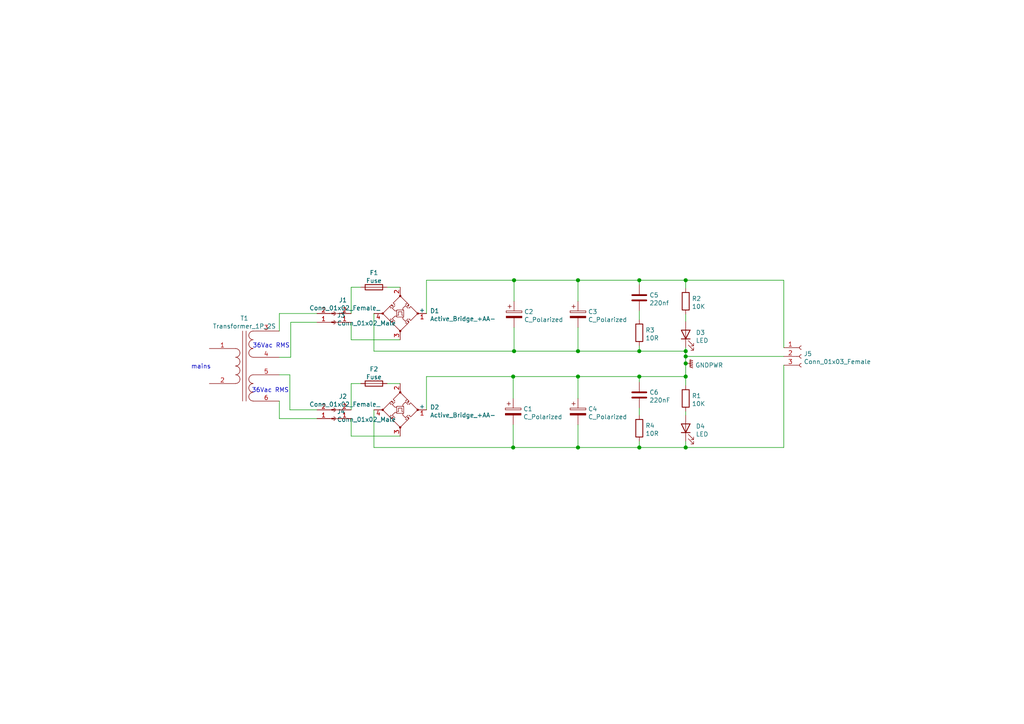
<source format=kicad_sch>
(kicad_sch (version 20210406) (generator eeschema)
  (paper "A4")
  (title_block (title "Q17 power supply") (date "2021-04-19") (rev "1") (comment 1 "by Tiberiu Vicol"))
  (lib_symbols
    (symbol "Connector:Conn_01x02_Female" (pin_names (offset 1.016) hide)
      (property "Reference" "J" (at 0 2.54 0))
      (property "Value" "Conn_01x02_Female" (at 0 -5.08 0))
      (symbol "Conn_01x02_Female_1_1"
        (arc (start 0 -2.032) (end 0 -3.048) (radius (at 0 -2.54) (length 0.508) (angles 90.1 -90.1)) (stroke (width 0.1524)))
        (arc (start 0 0.508) (end 0 -0.508) (radius (at 0 0) (length 0.508) (angles 90.1 -90.1)) (stroke (width 0.1524)))
        (polyline (pts (xy -1.27 -2.54) (xy -0.508 -2.54)) (stroke (width 0.1524)))
        (polyline (pts (xy -1.27 0) (xy -0.508 0)) (stroke (width 0.1524)))
        (pin passive line (at -5.08 0 0) (length 3.81) (name "Pin_1") (number "1"))
        (pin passive line (at -5.08 -2.54 0) (length 3.81) (name "Pin_2") (number "2"))
      )
    )
    (symbol "Connector:Conn_01x02_Male" (pin_names (offset 1.016) hide)
      (property "Reference" "J" (at 0 2.54 0))
      (property "Value" "Conn_01x02_Male" (at 0 -5.08 0))
      (symbol "Conn_01x02_Male_1_1"
        (rectangle (start 0.8636 -2.413) (end 0 -2.667) (stroke (width 0.1524)) (fill (type outline)))
        (rectangle (start 0.8636 0.127) (end 0 -0.127) (stroke (width 0.1524)) (fill (type outline)))
        (polyline (pts (xy 1.27 -2.54) (xy 0.8636 -2.54)) (stroke (width 0.1524)))
        (polyline (pts (xy 1.27 0) (xy 0.8636 0)) (stroke (width 0.1524)))
        (pin passive line (at 5.08 0 180) (length 3.81) (name "Pin_1") (number "1"))
        (pin passive line (at 5.08 -2.54 180) (length 3.81) (name "Pin_2") (number "2"))
      )
    )
    (symbol "Connector:Conn_01x03_Female" (pin_names (offset 1.016) hide)
      (property "Reference" "J5" (at 0.7113 0.7609 0))
      (property "Value" "Conn_01x03_Female" (at 0.7113 -1.5378 0))
      (symbol "Conn_01x03_Female_1_1"
        (arc (start 0 -2.032) (end 0 -3.048) (radius (at 0 -2.54) (length 0.508) (angles 90.1 -90.1)) (stroke (width 0.1524)))
        (arc (start 0 0.508) (end 0 -0.508) (radius (at 0 0) (length 0.508) (angles 90.1 -90.1)) (stroke (width 0.1524)))
        (arc (start 0 3.048) (end 0 2.032) (radius (at 0 2.54) (length 0.508) (angles 90.1 -90.1)) (stroke (width 0.1524)))
        (polyline (pts (xy -1.27 -2.54) (xy -0.508 -2.54)) (stroke (width 0.1524)))
        (polyline (pts (xy -1.27 0) (xy -0.508 0)) (stroke (width 0.1524)))
        (polyline (pts (xy -1.27 2.54) (xy -0.508 2.54)) (stroke (width 0.1524)))
        (pin passive line (at -5.08 2.54 0) (length 3.81) (name "Pin_1") (number "1"))
        (pin passive line (at -5.08 0 0) (length 3.81) (name "Pin_2") (number "2"))
        (pin passive line (at -5.08 -2.54 0) (length 3.81) (name "Pin_3") (number "3"))
      )
    )
    (symbol "Device:C" (pin_numbers hide) (pin_names (offset 0.254))
      (property "Reference" "C" (at 0.635 2.54 0))
      (property "Value" "C" (at 0.635 -2.54 0))
      (symbol "C_0_1"
        (polyline (pts (xy -2.032 -0.762) (xy 2.032 -0.762)) (stroke (width 0.508)))
        (polyline (pts (xy -2.032 0.762) (xy 2.032 0.762)) (stroke (width 0.508)))
      )
      (symbol "C_1_1"
        (pin passive line (at 0 3.81 270) (length 2.794) (name "~") (number "1"))
        (pin passive line (at 0 -3.81 90) (length 2.794) (name "~") (number "2"))
      )
    )
    (symbol "Device:C_Polarized" (pin_numbers hide) (pin_names (offset 0.254))
      (property "Reference" "C" (at 0.635 2.54 0))
      (property "Value" "C_Polarized" (at 0.635 -2.54 0))
      (symbol "C_Polarized_0_1"
        (rectangle (start -2.286 0.508) (end 2.286 1.016))
        (rectangle (start 2.286 -0.508) (end -2.286 -1.016) (fill (type outline)))
        (polyline (pts (xy -1.778 2.286) (xy -0.762 2.286)))
        (polyline (pts (xy -1.27 2.794) (xy -1.27 1.778)))
      )
      (symbol "C_Polarized_1_1"
        (pin passive line (at 0 3.81 270) (length 2.794) (name "~") (number "1"))
        (pin passive line (at 0 -3.81 90) (length 2.794) (name "~") (number "2"))
      )
    )
    (symbol "Device:Fuse" (pin_numbers hide) (pin_names (offset 0))
      (property "Reference" "F" (at 2.032 0 90))
      (property "Value" "Fuse" (at -1.905 0 90))
      (symbol "Fuse_0_1"
        (rectangle (start -0.762 -2.54) (end 0.762 2.54) (stroke (width 0.254)))
        (polyline (pts (xy 0 2.54) (xy 0 -2.54)))
      )
      (symbol "Fuse_1_1"
        (pin passive line (at 0 3.81 270) (length 1.27) (name "~") (number "1"))
        (pin passive line (at 0 -3.81 90) (length 1.27) (name "~") (number "2"))
      )
    )
    (symbol "Device:LED" (pin_numbers hide) (pin_names (offset 1.016) hide)
      (property "Reference" "D" (at 0 2.54 0))
      (property "Value" "LED" (at 0 -2.54 0))
      (symbol "LED_0_1"
        (polyline (pts (xy -1.27 -1.27) (xy -1.27 1.27)) (stroke (width 0.254)))
        (polyline (pts (xy -1.27 0) (xy 1.27 0)))
        (polyline (pts (xy 1.27 -1.27) (xy 1.27 1.27) (xy -1.27 0) (xy 1.27 -1.27)) (stroke (width 0.254)))
        (polyline (pts (xy -3.048 -0.762) (xy -4.572 -2.286) (xy -3.81 -2.286) (xy -4.572 -2.286) (xy -4.572 -1.524)))
        (polyline (pts (xy -1.778 -0.762) (xy -3.302 -2.286) (xy -2.54 -2.286) (xy -3.302 -2.286) (xy -3.302 -1.524)))
      )
      (symbol "LED_1_1"
        (pin passive line (at -3.81 0 0) (length 2.54) (name "K") (number "1"))
        (pin passive line (at 3.81 0 180) (length 2.54) (name "A") (number "2"))
      )
    )
    (symbol "Device:R" (pin_numbers hide) (pin_names (offset 0))
      (property "Reference" "R" (at 2.032 0 90))
      (property "Value" "R" (at 0 0 90))
      (symbol "R_0_1"
        (rectangle (start -1.016 -2.54) (end 1.016 2.54) (stroke (width 0.254)))
      )
      (symbol "R_1_1"
        (pin passive line (at 0 3.81 270) (length 1.27) (name "~") (number "1"))
        (pin passive line (at 0 -3.81 90) (length 1.27) (name "~") (number "2"))
      )
    )
    (symbol "Device:Smart_Bridge_+AA-" (pin_names (offset 0))
      (property "Reference" "D?" (at 8.6361 0.7609 0))
      (property "Value" "Smart_Bridge_+AA-" (at 8.6361 -1.5378 0))
      (symbol "Smart_Bridge_+AA-_0_1"
        (circle (center -5.08 0) (radius 0.254) (fill (type outline)))
        (circle (center 0 -5.08) (radius 0.254) (fill (type outline)))
        (circle (center 0 5.08) (radius 0.254) (fill (type outline)))
        (circle (center 5.08 0) (radius 0.254) (fill (type outline)))
        (polyline (pts (xy -5.08 0) (xy -2.54 -2.54)) (stroke (width 0.1524)))
        (polyline (pts (xy -5.08 0) (xy -2.54 2.54)) (stroke (width 0.1524)))
        (polyline (pts (xy -2.794 -1.778) (xy -3.048 -2.032)) (stroke (width 0.1524)))
        (polyline (pts (xy -2.794 -1.524) (xy -2.54 -1.778)) (stroke (width 0.1524)))
        (polyline (pts (xy -2.794 1.524) (xy -2.54 1.778)) (stroke (width 0.1524)))
        (polyline (pts (xy -2.794 1.778) (xy -3.048 2.032)) (stroke (width 0.1524)))
        (polyline (pts (xy -2.54 -2.54) (xy -2.286 -2.286)) (stroke (width 0.1524)))
        (polyline (pts (xy -2.54 2.54) (xy -2.286 2.286)) (stroke (width 0.1524)))
        (polyline (pts (xy -2.286 -2.286) (xy -2.54 -2.286)) (stroke (width 0.1524)))
        (polyline (pts (xy -2.286 -2.286) (xy -2.286 -2.54)) (stroke (width 0.1524)))
        (polyline (pts (xy -2.286 -2.032) (xy -2.032 -2.286)) (stroke (width 0.1524)))
        (polyline (pts (xy -2.286 -1.524) (xy -1.524 -2.286)) (stroke (width 0.1524)))
        (polyline (pts (xy -2.286 1.524) (xy -1.524 2.286)) (stroke (width 0.1524)))
        (polyline (pts (xy -2.286 2.032) (xy -2.032 2.286)) (stroke (width 0.1524)))
        (polyline (pts (xy -2.286 2.286) (xy -2.54 2.286)) (stroke (width 0.1524)))
        (polyline (pts (xy -2.286 2.286) (xy -2.286 2.54)) (stroke (width 0.1524)))
        (polyline (pts (xy -2.032 -3.048) (xy -1.778 -2.794)) (stroke (width 0.1524)))
        (polyline (pts (xy -2.032 -3.048) (xy 0 -5.08)) (stroke (width 0.1524)))
        (polyline (pts (xy -2.032 3.048) (xy -1.778 2.794)) (stroke (width 0.1524)))
        (polyline (pts (xy -2.032 3.048) (xy 0 5.08)) (stroke (width 0.1524)))
        (polyline (pts (xy -1.778 -2.54) (xy -1.524 -2.794)) (stroke (width 0.1524)))
        (polyline (pts (xy -1.778 2.54) (xy -1.524 2.794)) (stroke (width 0.1524)))
        (polyline (pts (xy 0 -5.08) (xy 2.54 -2.54)) (stroke (width 0.1524)))
        (polyline (pts (xy 0 5.08) (xy 0 5.08)) (stroke (width 0.1524)))
        (polyline (pts (xy 0 5.08) (xy 2.54 2.54)) (stroke (width 0.1524)))
        (polyline (pts (xy 1.524 -2.794) (xy 1.778 -2.54)) (stroke (width 0.1524)))
        (polyline (pts (xy 1.524 -2.286) (xy 2.286 -1.524)) (stroke (width 0.1524)))
        (polyline (pts (xy 1.524 2.286) (xy 2.286 1.524)) (stroke (width 0.1524)))
        (polyline (pts (xy 1.524 2.794) (xy 1.778 2.54)) (stroke (width 0.1524)))
        (polyline (pts (xy 1.778 -2.794) (xy 2.032 -3.048)) (stroke (width 0.1524)))
        (polyline (pts (xy 1.778 2.794) (xy 2.032 3.048)) (stroke (width 0.1524)))
        (polyline (pts (xy 2.032 -2.286) (xy 2.286 -2.032)) (stroke (width 0.1524)))
        (polyline (pts (xy 2.032 2.286) (xy 2.286 2.032)) (stroke (width 0.1524)))
        (polyline (pts (xy 2.286 -2.286) (xy 2.286 -2.54)) (stroke (width 0.1524)))
        (polyline (pts (xy 2.286 -2.286) (xy 2.54 -2.286)) (stroke (width 0.1524)))
        (polyline (pts (xy 2.286 2.286) (xy 2.286 2.54)) (stroke (width 0.1524)))
        (polyline (pts (xy 2.286 2.286) (xy 2.54 2.286)) (stroke (width 0.1524)))
        (polyline (pts (xy 2.54 -2.54) (xy 2.286 -2.286)) (stroke (width 0.1524)))
        (polyline (pts (xy 2.54 -1.778) (xy 2.794 -1.524)) (stroke (width 0.1524)))
        (polyline (pts (xy 2.54 1.778) (xy 2.794 1.524)) (stroke (width 0.1524)))
        (polyline (pts (xy 2.54 2.54) (xy 2.286 2.286)) (stroke (width 0.1524)))
        (polyline (pts (xy 3.048 -2.032) (xy 2.794 -1.778)) (stroke (width 0.1524)))
        (polyline (pts (xy 3.048 -2.032) (xy 5.08 0)) (stroke (width 0.1524)))
        (polyline (pts (xy 3.048 2.032) (xy 2.794 1.778)) (stroke (width 0.1524)))
        (polyline (pts (xy 3.048 2.032) (xy 5.08 0)) (stroke (width 0.1524)))
        (polyline (pts (xy -2.286 -1.524) (xy -1.524 -0.762) (xy -1.016 -0.762)) (stroke (width 0.1524)))
        (polyline (pts (xy -2.286 1.524) (xy -1.524 0.762) (xy -1.016 0.762)) (stroke (width 0.1524)))
        (polyline (pts (xy 1.524 -2.286) (xy 0.762 -1.524) (xy 0.762 -1.016)) (stroke (width 0.1524)))
        (polyline (pts (xy 1.524 2.286) (xy 0.762 1.524) (xy 0.762 1.016)) (stroke (width 0.1524)))
        (polyline (pts (xy -1.016 0) (xy -1.016 1.016) (xy 1.016 1.016) (xy 1.016 -1.016) (xy -1.016 -1.016) (xy -1.016 0)) (stroke (width 0.1524)))
        (polyline (pts (xy -0.762 -0.508) (xy -0.508 -0.508) (xy -0.508 0.508) (xy 0.508 0.508) (xy 0.508 -0.508) (xy 0.762 -0.508)) (stroke (width 0.1524)))
      )
      (symbol "Smart_Bridge_+AA-_1_1"
        (pin passive line (at 7.62 0 180) (length 2.54) (name "+") (number "1"))
        (pin passive line (at 0 7.62 270) (length 2.54) (name "~~") (number "2"))
        (pin passive line (at 0 -7.62 90) (length 2.54) (name "~~") (number "3"))
        (pin passive line (at -7.62 0 0) (length 2.54) (name "-") (number "4"))
      )
    )
    (symbol "Device:Transformer_1P_2S" (pin_names (offset 1.016) hide)
      (property "Reference" "T" (at 0 12.7 0))
      (property "Value" "Transformer_1P_2S" (at 0 -12.7 0))
      (symbol "Transformer_1P_2S_0_1"
        (arc (start -2.54 -2.54) (end -1.27 -3.81) (radius (at -2.54 -3.81) (length 1.27) (angles 89.9 0.1)))
        (arc (start -1.27 -3.81) (end -2.54 -5.0546) (radius (at -2.54 -3.81) (length 1.27) (angles -0.1 -89.9)))
        (arc (start -2.54 0) (end -1.27 -1.27) (radius (at -2.54 -1.27) (length 1.27) (angles 89.9 0.1)))
        (arc (start -1.27 -1.27) (end -2.54 -2.5146) (radius (at -2.54 -1.27) (length 1.27) (angles -0.1 -89.9)))
        (arc (start -2.54 2.54) (end -1.27 1.27) (radius (at -2.54 1.27) (length 1.27) (angles 89.9 0.1)))
        (arc (start -1.27 1.27) (end -2.54 0.0254) (radius (at -2.54 1.27) (length 1.27) (angles -0.1 -89.9)))
        (arc (start -2.54 5.08) (end -1.27 3.81) (radius (at -2.54 3.81) (length 1.27) (angles 89.9 0.1)))
        (arc (start -1.27 3.81) (end -2.54 2.5654) (radius (at -2.54 3.81) (length 1.27) (angles -0.1 -89.9)))
        (arc (start 2.54 -7.62) (end 1.2954 -8.89) (radius (at 2.54 -8.89) (length 1.27) (angles 89.9 -179.9)))
        (arc (start 1.2954 -8.89) (end 2.54 -10.1346) (radius (at 2.54 -8.89) (length 1.27) (angles 179.9 -89.9)))
        (arc (start 2.54 -5.08) (end 1.2954 -6.35) (radius (at 2.54 -6.35) (length 1.27) (angles 89.9 -179.9)))
        (arc (start 1.2954 -6.35) (end 2.54 -7.5946) (radius (at 2.54 -6.35) (length 1.27) (angles 179.9 -89.9)))
        (arc (start 2.54 -2.54) (end 1.2954 -3.81) (radius (at 2.54 -3.81) (length 1.27) (angles 89.9 -179.9)))
        (arc (start 1.2954 -3.81) (end 2.54 -5.0546) (radius (at 2.54 -3.81) (length 1.27) (angles 179.9 -89.9)))
        (arc (start 2.54 5.08) (end 1.2954 3.81) (radius (at 2.54 3.81) (length 1.27) (angles 89.9 -179.9)))
        (arc (start 1.2954 3.81) (end 2.54 2.5654) (radius (at 2.54 3.81) (length 1.27) (angles 179.9 -89.9)))
        (arc (start 2.54 7.62) (end 1.2954 6.35) (radius (at 2.54 6.35) (length 1.27) (angles 89.9 -179.9)))
        (arc (start 1.2954 6.35) (end 2.54 5.1054) (radius (at 2.54 6.35) (length 1.27) (angles 179.9 -89.9)))
        (arc (start 2.54 10.16) (end 1.2954 8.89) (radius (at 2.54 8.89) (length 1.27) (angles 89.9 -179.9)))
        (arc (start 1.2954 8.89) (end 2.54 7.6454) (radius (at 2.54 8.89) (length 1.27) (angles 179.9 -89.9)))
        (polyline (pts (xy -0.508 -10.16) (xy -0.508 10.16)))
        (polyline (pts (xy 0.508 10.16) (xy 0.508 -10.16)))
      )
      (symbol "Transformer_1P_2S_1_1"
        (pin passive line (at -10.16 5.08 0) (length 7.62) (name "AA") (number "1"))
        (pin passive line (at -10.16 -5.08 0) (length 7.62) (name "AB") (number "2"))
        (pin passive line (at 10.16 10.16 180) (length 7.62) (name "SA") (number "3"))
        (pin passive line (at 10.16 2.54 180) (length 7.62) (name "SB") (number "4"))
        (pin passive line (at 10.16 -2.54 180) (length 7.62) (name "SC") (number "5"))
        (pin passive line (at 10.16 -10.16 180) (length 7.62) (name "SD") (number "6"))
      )
    )
    (symbol "power:GNDPWR" (power) (pin_names (offset 0))
      (property "Value" "GNDPWR" (at 0 -3.302 0))
      (symbol "GNDPWR_0_1"
        (polyline (pts (xy 0 -1.27) (xy 0 0)))
        (polyline (pts (xy -1.016 -1.27) (xy -1.27 -2.032) (xy -1.27 -2.032)) (stroke (width 0.2032)))
        (polyline (pts (xy -0.508 -1.27) (xy -0.762 -2.032) (xy -0.762 -2.032)) (stroke (width 0.2032)))
        (polyline (pts (xy 0 -1.27) (xy -0.254 -2.032) (xy -0.254 -2.032)) (stroke (width 0.2032)))
        (polyline (pts (xy 0.508 -1.27) (xy 0.254 -2.032) (xy 0.254 -2.032)) (stroke (width 0.2032)))
        (polyline (pts (xy 1.016 -1.27) (xy -1.016 -1.27) (xy -1.016 -1.27)) (stroke (width 0.2032)))
        (polyline (pts (xy 1.016 -1.27) (xy 0.762 -2.032) (xy 0.762 -2.032) (xy 0.762 -2.032)) (stroke (width 0.2032)))
      )
      (symbol "GNDPWR_1_1"
        (pin power_in line (at 0 0 270) (length 0) hide (name "GNDPWR") (number "1"))
      )
    )
  )
  (junction (at 148.844 109.22) (diameter 1.016))
  (junction (at 148.844 129.794) (diameter 1.016))
  (junction (at 149.098 81.28) (diameter 1.016))
  (junction (at 149.098 101.854) (diameter 1.016))
  (junction (at 167.64 81.28) (diameter 1.016))
  (junction (at 167.64 101.854) (diameter 1.016))
  (junction (at 167.64 109.22) (diameter 1.016))
  (junction (at 167.64 129.794) (diameter 1.016))
  (junction (at 185.42 81.28) (diameter 1.016))
  (junction (at 185.42 101.854) (diameter 1.016))
  (junction (at 185.42 109.22) (diameter 1.016))
  (junction (at 185.42 129.794) (diameter 1.016))
  (junction (at 198.882 81.28) (diameter 1.016))
  (junction (at 198.882 101.854) (diameter 1.016))
  (junction (at 198.882 103.378) (diameter 1.016))
  (junction (at 198.882 105.41) (diameter 1.016))
  (junction (at 198.882 109.22) (diameter 1.016))
  (junction (at 198.882 129.794) (diameter 1.016))
  (wire (pts (xy 81.026 90.932) (xy 81.026 96.012)))
  (wire (pts (xy 81.026 103.632) (xy 84.328 103.632)))
  (wire (pts (xy 81.026 108.712) (xy 84.074 108.712)))
  (wire (pts (xy 81.026 116.332) (xy 81.026 121.412)))
  (wire (pts (xy 84.074 118.872) (xy 84.074 108.712)))
  (wire (pts (xy 84.328 93.472) (xy 84.328 103.632)))
  (wire (pts (xy 91.948 90.932) (xy 81.026 90.932)))
  (wire (pts (xy 91.948 93.472) (xy 84.328 93.472)))
  (wire (pts (xy 91.948 118.872) (xy 84.074 118.872)))
  (wire (pts (xy 91.948 121.412) (xy 81.026 121.412)))
  (wire (pts (xy 101.854 83.312) (xy 104.648 83.312)))
  (wire (pts (xy 101.854 90.932) (xy 101.854 83.312)))
  (wire (pts (xy 101.854 93.472) (xy 101.854 98.552)))
  (wire (pts (xy 101.854 98.552) (xy 116.078 98.552)))
  (wire (pts (xy 101.854 111.252) (xy 101.854 118.872)))
  (wire (pts (xy 101.854 121.412) (xy 101.854 126.492)))
  (wire (pts (xy 101.854 126.492) (xy 116.078 126.492)))
  (wire (pts (xy 104.648 111.252) (xy 101.854 111.252)))
  (wire (pts (xy 108.458 90.932) (xy 108.458 101.854)))
  (wire (pts (xy 108.458 101.854) (xy 149.098 101.854)))
  (wire (pts (xy 108.458 118.872) (xy 108.458 129.794)))
  (wire (pts (xy 108.458 129.794) (xy 148.844 129.794)))
  (wire (pts (xy 112.268 83.312) (xy 116.078 83.312)))
  (wire (pts (xy 116.078 111.252) (xy 112.268 111.252)))
  (wire (pts (xy 123.698 81.28) (xy 149.098 81.28)))
  (wire (pts (xy 123.698 90.932) (xy 123.698 81.28)))
  (wire (pts (xy 123.698 109.22) (xy 148.844 109.22)))
  (wire (pts (xy 123.698 118.872) (xy 123.698 109.22)))
  (wire (pts (xy 148.844 109.22) (xy 148.844 115.57)))
  (wire (pts (xy 148.844 109.22) (xy 167.64 109.22)))
  (wire (pts (xy 148.844 123.19) (xy 148.844 129.794)))
  (wire (pts (xy 148.844 129.794) (xy 167.64 129.794)))
  (wire (pts (xy 149.098 81.28) (xy 149.098 87.376)))
  (wire (pts (xy 149.098 81.28) (xy 167.64 81.28)))
  (wire (pts (xy 149.098 94.996) (xy 149.098 101.854)))
  (wire (pts (xy 149.098 101.854) (xy 167.64 101.854)))
  (wire (pts (xy 167.64 81.28) (xy 167.64 87.376)))
  (wire (pts (xy 167.64 81.28) (xy 185.42 81.28)))
  (wire (pts (xy 167.64 94.996) (xy 167.64 101.854)))
  (wire (pts (xy 167.64 101.854) (xy 185.42 101.854)))
  (wire (pts (xy 167.64 109.22) (xy 167.64 115.57)))
  (wire (pts (xy 167.64 109.22) (xy 185.42 109.22)))
  (wire (pts (xy 167.64 123.19) (xy 167.64 129.794)))
  (wire (pts (xy 167.64 129.794) (xy 185.42 129.794)))
  (wire (pts (xy 185.42 81.28) (xy 185.42 82.55)))
  (wire (pts (xy 185.42 81.28) (xy 198.882 81.28)))
  (wire (pts (xy 185.42 90.17) (xy 185.42 92.71)))
  (wire (pts (xy 185.42 100.33) (xy 185.42 101.854)))
  (wire (pts (xy 185.42 101.854) (xy 198.882 101.854)))
  (wire (pts (xy 185.42 109.22) (xy 185.42 110.744)))
  (wire (pts (xy 185.42 109.22) (xy 198.882 109.22)))
  (wire (pts (xy 185.42 118.364) (xy 185.42 120.396)))
  (wire (pts (xy 185.42 128.016) (xy 185.42 129.794)))
  (wire (pts (xy 185.42 129.794) (xy 198.882 129.794)))
  (wire (pts (xy 198.882 81.28) (xy 198.882 83.566)))
  (wire (pts (xy 198.882 93.218) (xy 198.882 91.186)))
  (wire (pts (xy 198.882 101.854) (xy 198.882 100.838)))
  (wire (pts (xy 198.882 101.854) (xy 198.882 103.378)))
  (wire (pts (xy 198.882 103.378) (xy 198.882 105.41)))
  (wire (pts (xy 198.882 103.378) (xy 227.33 103.378)))
  (wire (pts (xy 198.882 105.41) (xy 198.882 109.22)))
  (wire (pts (xy 198.882 109.22) (xy 198.882 111.76)))
  (wire (pts (xy 198.882 119.38) (xy 198.882 120.396)))
  (wire (pts (xy 198.882 129.794) (xy 198.882 128.016)))
  (wire (pts (xy 227.33 81.28) (xy 198.882 81.28)))
  (wire (pts (xy 227.33 100.838) (xy 227.33 81.28)))
  (wire (pts (xy 227.33 105.918) (xy 227.33 129.794)))
  (wire (pts (xy 227.33 129.794) (xy 198.882 129.794)))
  (text "mains" (at 61.214 107.188 180) (effects (font (size 1.27 1.27)) (justify right bottom)))
  (text "36Vac RMS" (at 83.82 114.046 180) (effects (font (size 1.27 1.27)) (justify right bottom)))
  (text "36Vac RMS" (at 84.074 101.092 180) (effects (font (size 1.27 1.27)) (justify right bottom)))
  (symbol (lib_id "power:GNDPWR") (at 198.882 105.41 90) (unit 1)
    (property "Reference" "#PWR0101" (effects hide))
    (property "Value" "GNDPWR" (at 201.6507 105.9255 90) (effects (justify right)))
  )
  (symbol (lib_id "Device:Fuse") (at 108.458 83.312 90) (unit 1)
    (property "Reference" "F1" (at 108.458 79.1168 90))
    (property "Value" "Fuse" (at 108.458 81.4155 90))
    (property "Footprint" "Fuse:Fuseholder_Cylinder-5x20mm_Stelvio-Kontek_PTF78_Horizontal_Open" (effects hide))
  )
  (symbol (lib_id "Device:Fuse") (at 108.458 111.252 90) (unit 1)
    (property "Reference" "F2" (at 108.458 107.0568 90))
    (property "Value" "Fuse" (at 108.458 109.3555 90))
    (property "Footprint" "Fuse:Fuseholder_Blade_Mini_Keystone_3568" (effects hide))
  )
  (symbol (lib_id "Connector:Conn_01x02_Male") (at 97.028 93.472 180) (unit 1)
    (property "Reference" "J3" (at 97.7393 91.4411 0) (effects (justify right)))
    (property "Value" "Conn_01x02_Male" (at 97.7393 93.7398 0) (effects (justify right)))
  )
  (symbol (lib_id "Connector:Conn_01x02_Male") (at 97.028 121.412 180) (unit 1)
    (property "Reference" "J4" (at 97.7393 119.3811 0) (effects (justify right)))
    (property "Value" "Conn_01x02_Male" (at 97.7393 121.6798 0) (effects (justify right)))
  )
  (symbol (lib_id "Device:R") (at 185.42 96.52 0) (unit 1)
    (property "Reference" "R3" (at 187.1981 95.7591 0) (effects (justify left)))
    (property "Value" "10R" (at 187.1981 98.0578 0) (effects (justify left)))
    (property "Footprint" "Resistor_THT:R_Axial_DIN0207_L6.3mm_D2.5mm_P10.16mm_Horizontal" (effects hide))
  )
  (symbol (lib_id "Device:R") (at 185.42 124.206 0) (unit 1)
    (property "Reference" "R4" (at 187.1981 123.4451 0) (effects (justify left)))
    (property "Value" "10R" (at 187.1981 125.7438 0) (effects (justify left)))
    (property "Footprint" "Resistor_THT:R_Axial_DIN0207_L6.3mm_D2.5mm_P10.16mm_Horizontal" (effects hide))
  )
  (symbol (lib_id "Device:R") (at 198.882 87.376 0) (unit 1)
    (property "Reference" "R2" (at 200.6601 86.6151 0) (effects (justify left)))
    (property "Value" "10K" (at 200.6601 88.9138 0) (effects (justify left)))
    (property "Footprint" "Resistor_THT:R_Axial_DIN0207_L6.3mm_D2.5mm_P10.16mm_Horizontal" (effects hide))
  )
  (symbol (lib_id "Device:R") (at 198.882 115.57 0) (unit 1)
    (property "Reference" "R1" (at 200.6601 114.8091 0) (effects (justify left)))
    (property "Value" "10K" (at 200.6601 117.1078 0) (effects (justify left)))
    (property "Footprint" "Resistor_THT:R_Axial_DIN0207_L6.3mm_D2.5mm_P10.16mm_Horizontal" (effects hide))
  )
  (symbol (lib_id "Connector:Conn_01x02_Female") (at 96.774 93.472 180) (unit 1)
    (property "Reference" "J1" (at 99.4664 87.0416 0))
    (property "Value" "Conn_01x02_Female" (at 99.4664 89.3403 0))
    (property "Footprint" "TerminalBlock:TerminalBlock_Altech_AK300-2_P5.00mm" (effects hide))
  )
  (symbol (lib_id "Connector:Conn_01x02_Female") (at 96.774 121.412 180) (unit 1)
    (property "Reference" "J2" (at 99.4664 114.9816 0))
    (property "Value" "Conn_01x02_Female" (at 99.4664 117.2803 0))
    (property "Footprint" "TerminalBlock:TerminalBlock_Altech_AK300-2_P5.00mm" (effects hide))
  )
  (symbol (lib_id "Device:LED") (at 198.882 97.028 90) (unit 1)
    (property "Reference" "D3" (at 201.8031 96.4576 90) (effects (justify right)))
    (property "Value" "LED" (at 201.8031 98.7563 90) (effects (justify right)))
    (property "Footprint" "LED_THT:LED_D3.0mm" (effects hide))
  )
  (symbol (lib_id "Device:LED") (at 198.882 124.206 90) (unit 1)
    (property "Reference" "D4" (at 201.8031 123.6356 90) (effects (justify right)))
    (property "Value" "LED" (at 201.8031 125.9343 90) (effects (justify right)))
    (property "Footprint" "LED_THT:LED_D3.0mm" (effects hide))
  )
  (symbol (lib_id "Connector:Conn_01x03_Female") (at 232.41 103.378 0) (unit 1)
    (property "Reference" "J5" (at 233.1213 102.6171 0) (effects (justify left)))
    (property "Value" "Conn_01x03_Female" (at 233.1213 104.9158 0) (effects (justify left)))
    (property "Footprint" "TerminalBlock:TerminalBlock_Altech_AK300-3_P5.00mm" (effects hide))
  )
  (symbol (lib_id "Device:C_Polarized") (at 148.844 119.38 0) (unit 1)
    (property "Reference" "C1" (at 151.7651 118.6191 0) (effects (justify left)))
    (property "Value" "C_Polarized" (at 151.7651 120.9178 0) (effects (justify left)))
    (property "Footprint" "Capacitor_THT:CP_Radial_D30.0mm_P10.00mm_SnapIn" (effects hide))
  )
  (symbol (lib_id "Device:C_Polarized") (at 149.098 91.186 0) (unit 1)
    (property "Reference" "C2" (at 152.0191 90.4251 0) (effects (justify left)))
    (property "Value" "C_Polarized" (at 152.0191 92.7238 0) (effects (justify left)))
    (property "Footprint" "Capacitor_THT:CP_Radial_D30.0mm_P10.00mm_SnapIn" (effects hide))
  )
  (symbol (lib_id "Device:C_Polarized") (at 167.64 91.186 0) (unit 1)
    (property "Reference" "C3" (at 170.5611 90.4251 0) (effects (justify left)))
    (property "Value" "C_Polarized" (at 170.5611 92.7238 0) (effects (justify left)))
    (property "Footprint" "Capacitor_THT:CP_Radial_D30.0mm_P10.00mm_SnapIn" (effects hide))
  )
  (symbol (lib_id "Device:C_Polarized") (at 167.64 119.38 0) (unit 1)
    (property "Reference" "C4" (at 170.5611 118.6191 0) (effects (justify left)))
    (property "Value" "C_Polarized" (at 170.5611 120.9178 0) (effects (justify left)))
    (property "Footprint" "Capacitor_THT:CP_Radial_D30.0mm_P10.00mm_SnapIn" (effects hide))
  )
  (symbol (lib_id "Device:C") (at 185.42 86.36 0) (unit 1)
    (property "Reference" "C5" (at 188.3411 85.5991 0) (effects (justify left)))
    (property "Value" "220nf" (at 188.3411 87.8978 0) (effects (justify left)))
    (property "Footprint" "Capacitor_THT:C_Axial_L12.0mm_D6.5mm_P15.00mm_Horizontal" (effects hide))
  )
  (symbol (lib_id "Device:C") (at 185.42 114.554 0) (unit 1)
    (property "Reference" "C6" (at 188.3411 113.7931 0) (effects (justify left)))
    (property "Value" "220nF" (at 188.3411 116.0918 0) (effects (justify left)))
    (property "Footprint" "Capacitor_THT:C_Axial_L12.0mm_D6.5mm_P15.00mm_Horizontal" (effects hide))
  )
  (symbol (lib_id "Device:Smart_Bridge_+AA-") (at 116.078 90.932 0) (unit 1)
    (property "Reference" "D1" (at 124.7141 90.1711 0) (effects (justify left)))
    (property "Value" "Active_Bridge_+AA-" (at 124.7141 92.4698 0) (effects (justify left)))
    (property "Footprint" "Diode_THT:Diode_Bridge_Vishay_GBU" (effects hide))
  )
  (symbol (lib_id "Device:Smart_Bridge_+AA-") (at 116.078 118.872 0) (unit 1)
    (property "Reference" "D2" (at 124.7141 118.1111 0) (effects (justify left)))
    (property "Value" "Active_Bridge_+AA-" (at 124.7141 120.4098 0) (effects (justify left)))
    (property "Footprint" "Diode_THT:Diode_Bridge_Vishay_GBU" (effects hide))
  )
  (symbol (lib_id "Device:Transformer_1P_2S") (at 70.866 106.172 0) (unit 1)
    (property "Reference" "T1" (at 70.866 92.3248 0))
    (property "Value" "Transformer_1P_2S" (at 70.866 94.6235 0))
  )
)
</source>
